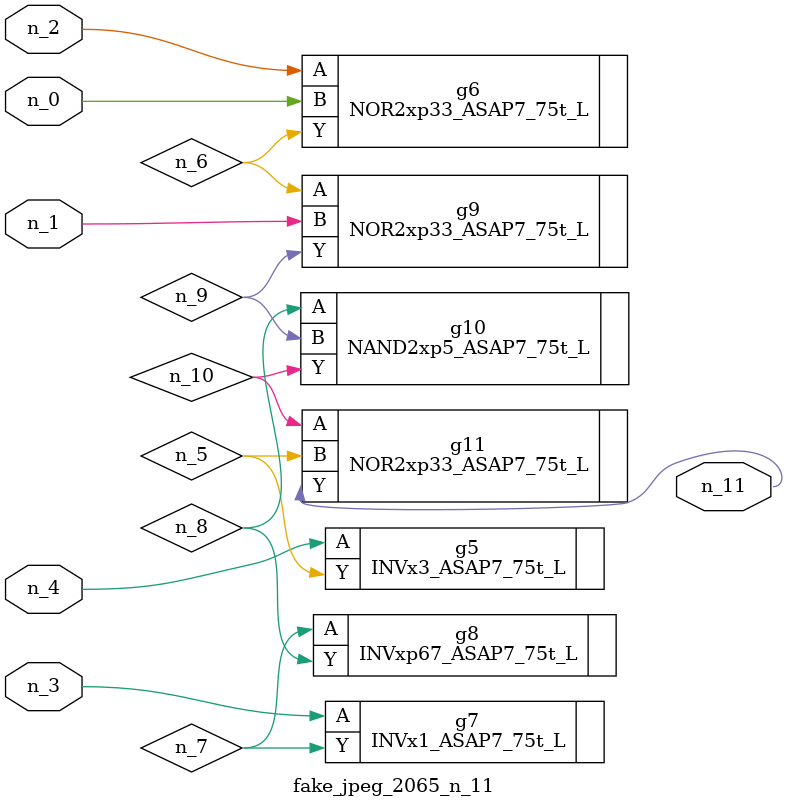
<source format=v>
module fake_jpeg_2065_n_11 (n_3, n_2, n_1, n_0, n_4, n_11);

input n_3;
input n_2;
input n_1;
input n_0;
input n_4;

output n_11;

wire n_10;
wire n_8;
wire n_9;
wire n_6;
wire n_5;
wire n_7;

INVx3_ASAP7_75t_L g5 ( 
.A(n_4),
.Y(n_5)
);

NOR2xp33_ASAP7_75t_L g6 ( 
.A(n_2),
.B(n_0),
.Y(n_6)
);

INVx1_ASAP7_75t_L g7 ( 
.A(n_3),
.Y(n_7)
);

INVxp67_ASAP7_75t_L g8 ( 
.A(n_7),
.Y(n_8)
);

NAND2xp5_ASAP7_75t_L g10 ( 
.A(n_8),
.B(n_9),
.Y(n_10)
);

NOR2xp33_ASAP7_75t_L g9 ( 
.A(n_6),
.B(n_1),
.Y(n_9)
);

NOR2xp33_ASAP7_75t_L g11 ( 
.A(n_10),
.B(n_5),
.Y(n_11)
);


endmodule
</source>
